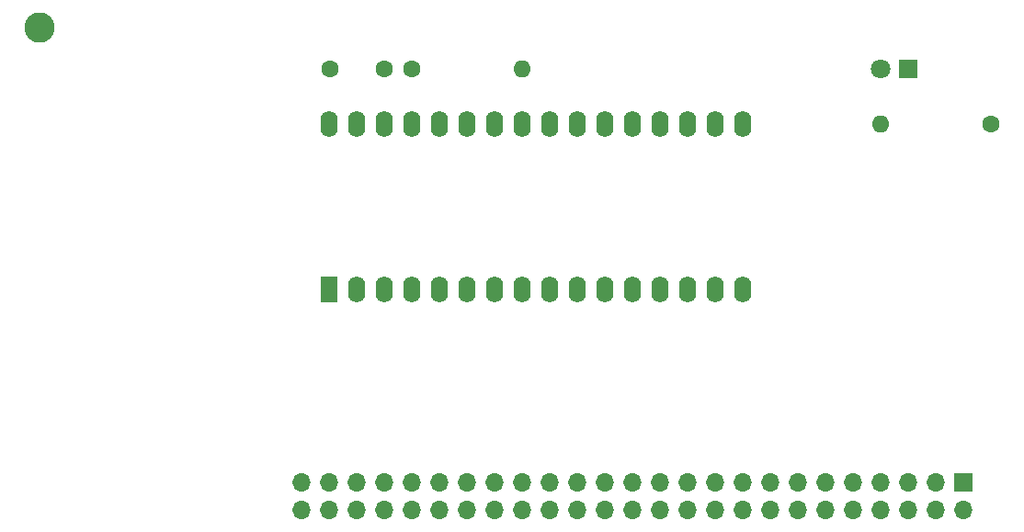
<source format=gbr>
%TF.GenerationSoftware,KiCad,Pcbnew,5.1.9*%
%TF.CreationDate,2021-02-01T10:05:10+01:00*%
%TF.ProjectId,RAM_AS6C1008_DIP,52414d5f-4153-4364-9331-3030385f4449,1.1*%
%TF.SameCoordinates,Original*%
%TF.FileFunction,Soldermask,Bot*%
%TF.FilePolarity,Negative*%
%FSLAX46Y46*%
G04 Gerber Fmt 4.6, Leading zero omitted, Abs format (unit mm)*
G04 Created by KiCad (PCBNEW 5.1.9) date 2021-02-01 10:05:10*
%MOMM*%
%LPD*%
G01*
G04 APERTURE LIST*
%ADD10O,1.600000X1.600000*%
%ADD11C,1.600000*%
%ADD12O,1.600000X2.400000*%
%ADD13R,1.600000X2.400000*%
%ADD14O,1.700000X1.700000*%
%ADD15R,1.700000X1.700000*%
%ADD16C,2.800000*%
%ADD17C,1.800000*%
%ADD18R,1.800000X1.800000*%
G04 APERTURE END LIST*
D10*
%TO.C,R2*%
X139700000Y-111760000D03*
D11*
X129540000Y-111760000D03*
%TD*%
D10*
%TO.C,R1*%
X172720000Y-116840000D03*
D11*
X182880000Y-116840000D03*
%TD*%
D12*
%TO.C,U1*%
X121920000Y-116840000D03*
X160020000Y-132080000D03*
X124460000Y-116840000D03*
X157480000Y-132080000D03*
X127000000Y-116840000D03*
X154940000Y-132080000D03*
X129540000Y-116840000D03*
X152400000Y-132080000D03*
X132080000Y-116840000D03*
X149860000Y-132080000D03*
X134620000Y-116840000D03*
X147320000Y-132080000D03*
X137160000Y-116840000D03*
X144780000Y-132080000D03*
X139700000Y-116840000D03*
X142240000Y-132080000D03*
X142240000Y-116840000D03*
X139700000Y-132080000D03*
X144780000Y-116840000D03*
X137160000Y-132080000D03*
X147320000Y-116840000D03*
X134620000Y-132080000D03*
X149860000Y-116840000D03*
X132080000Y-132080000D03*
X152400000Y-116840000D03*
X129540000Y-132080000D03*
X154940000Y-116840000D03*
X127000000Y-132080000D03*
X157480000Y-116840000D03*
X124460000Y-132080000D03*
X160020000Y-116840000D03*
D13*
X121920000Y-132080000D03*
%TD*%
D14*
%TO.C,J1*%
X119380000Y-152400000D03*
X119380000Y-149860000D03*
X121920000Y-152400000D03*
X121920000Y-149860000D03*
X124460000Y-152400000D03*
X124460000Y-149860000D03*
X127000000Y-152400000D03*
X127000000Y-149860000D03*
X129540000Y-152400000D03*
X129540000Y-149860000D03*
X132080000Y-152400000D03*
X132080000Y-149860000D03*
X134620000Y-152400000D03*
X134620000Y-149860000D03*
X137160000Y-152400000D03*
X137160000Y-149860000D03*
X139700000Y-152400000D03*
X139700000Y-149860000D03*
X142240000Y-152400000D03*
X142240000Y-149860000D03*
X144780000Y-152400000D03*
X144780000Y-149860000D03*
X147320000Y-152400000D03*
X147320000Y-149860000D03*
X149860000Y-152400000D03*
X149860000Y-149860000D03*
X152400000Y-152400000D03*
X152400000Y-149860000D03*
X154940000Y-152400000D03*
X154940000Y-149860000D03*
X157480000Y-152400000D03*
X157480000Y-149860000D03*
X160020000Y-152400000D03*
X160020000Y-149860000D03*
X162560000Y-152400000D03*
X162560000Y-149860000D03*
X165100000Y-152400000D03*
X165100000Y-149860000D03*
X167640000Y-152400000D03*
X167640000Y-149860000D03*
X170180000Y-152400000D03*
X170180000Y-149860000D03*
X172720000Y-152400000D03*
X172720000Y-149860000D03*
X175260000Y-152400000D03*
X175260000Y-149860000D03*
X177800000Y-152400000D03*
X177800000Y-149860000D03*
X180340000Y-152400000D03*
D15*
X180340000Y-149860000D03*
%TD*%
D16*
%TO.C,TP1*%
X95250000Y-107950000D03*
%TD*%
D11*
%TO.C,C1*%
X122000000Y-111760000D03*
X127000000Y-111760000D03*
%TD*%
D17*
%TO.C,D1*%
X172720000Y-111760000D03*
D18*
X175260000Y-111760000D03*
%TD*%
M02*

</source>
